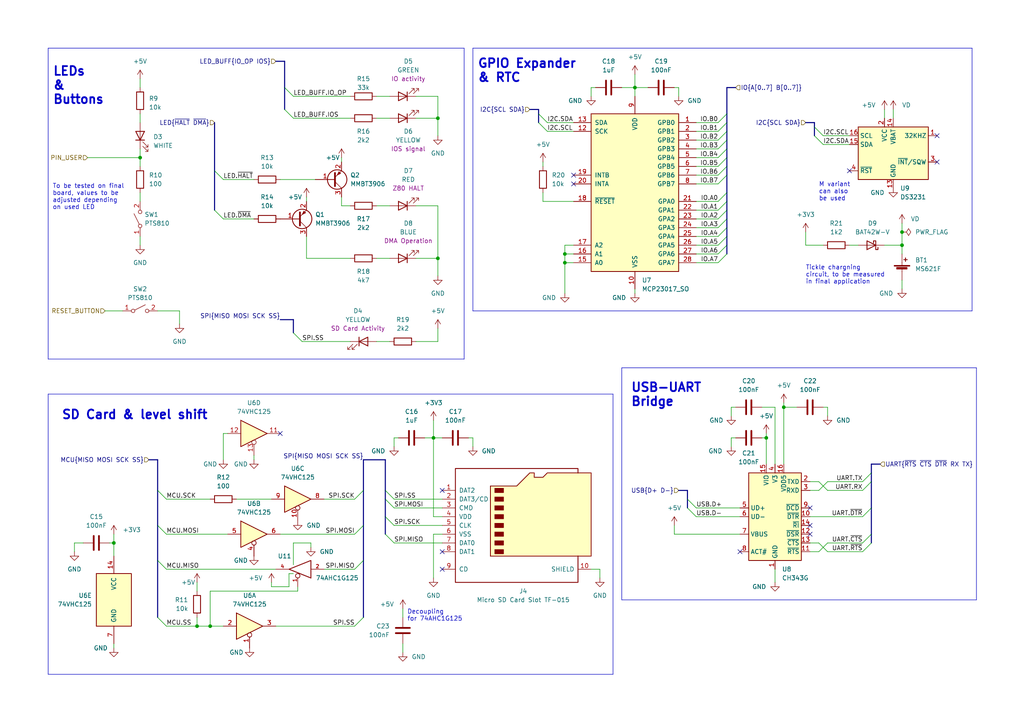
<source format=kicad_sch>
(kicad_sch (version 20230121) (generator eeschema)
  (paper "A4")
  (title_block (title "Z80 Card") (date "2023-03-04") (rev "1.1") (company "Galion") (comment 1 "Credit-card sized") (comment 2 "Z80 computer") (comment 3 "based on Z80-MBC2") (comment 4 "project by Just4Fun") (comment 5 "Galion") (comment 6 "Galion"))
  (lib_symbols
    (symbol "Device:Battery_Cell" (pin_numbers hide) (pin_names (offset 0) hide)
      (property "Reference" "BT" (at 2.54 2.54 0))
      (property "Value" "Battery_Cell" (at 2.54 0 0))
      (symbol "Battery_Cell_1_1"
        (pin passive line (at 0 5.08 270) (length 2.54) (name "+") (number "1"))
        (pin passive line (at 0 -2.54 90) (length 2.54) (name "-") (number "2"))
      )
    )
    (symbol "Device:C" (pin_numbers hide) (pin_names (offset 0.254))
      (property "Reference" "C" (at 0.635 2.54 0))
      (property "Value" "C" (at 0.635 -2.54 0))
      (symbol "C_1_1"
        (pin passive line (at 0 3.81 270) (length 2.794) (name "~") (number "1"))
        (pin passive line (at 0 -3.81 90) (length 2.794) (name "~") (number "2"))
      )
    )
    (symbol "Device:LED" (pin_numbers hide) (pin_names (offset 1.016) hide)
      (property "Reference" "D" (at 0 2.54 0))
      (property "Value" "LED" (at 0 -2.54 0))
      (symbol "LED_1_1"
        (pin passive line (at -3.81 0 0) (length 2.54) (name "K") (number "1"))
        (pin passive line (at 3.81 0 180) (length 2.54) (name "A") (number "2"))
      )
    )
    (symbol "Device:R" (pin_numbers hide) (pin_names (offset 0))
      (property "Reference" "R" (at 2.032 0 90))
      (property "Value" "R" (at 0 0 90))
      (symbol "R_1_1"
        (pin passive line (at 0 3.81 270) (length 1.27) (name "~") (number "1"))
        (pin passive line (at 0 -3.81 90) (length 1.27) (name "~") (number "2"))
      )
    )
    (symbol "Diode:BAT42W-V" (pin_numbers hide) (pin_names (offset 1.016) hide)
      (property "Reference" "D" (at 0 2.54 0))
      (property "Value" "BAT42W-V" (at 0 -2.54 0))
      (symbol "BAT42W-V_1_1"
        (pin passive line (at -3.81 0 0) (length 2.54) (name "K") (number "1"))
        (pin passive line (at 3.81 0 180) (length 2.54) (name "A") (number "2"))
      )
    )
    (symbol "Interface_Expansion:MCP23017_SO" (pin_names (offset 1.016))
      (property "Reference" "U" (at -11.43 24.13 0))
      (property "Value" "MCP23017_SO" (at 0 0 0))
      (symbol "MCP23017_SO_1_1"
        (pin bidirectional line (at 17.78 20.32 180) (length 5.08) (name "GPB0") (number "1"))
        (pin power_in line (at 0 -27.94 90) (length 5.08) (name "VSS") (number "10"))
        (pin no_connect line (at -12.7 15.24 0) (length 5.08) hide (name "NC") (number "11"))
        (pin input line (at -17.78 17.78 0) (length 5.08) (name "SCK") (number "12"))
        (pin bidirectional line (at -17.78 20.32 0) (length 5.08) (name "SDA") (number "13"))
        (pin no_connect line (at -12.7 12.7 0) (length 5.08) hide (name "NC") (number "14"))
        (pin input line (at -17.78 -20.32 0) (length 5.08) (name "A0") (number "15"))
        (pin input line (at -17.78 -17.78 0) (length 5.08) (name "A1") (number "16"))
        (pin input line (at -17.78 -15.24 0) (length 5.08) (name "A2") (number "17"))
        (pin input line (at -17.78 -2.54 0) (length 5.08) (name "~{RESET}") (number "18"))
        (pin tri_state line (at -17.78 5.08 0) (length 5.08) (name "INTB") (number "19"))
        (pin bidirectional line (at 17.78 17.78 180) (length 5.08) (name "GPB1") (number "2"))
        (pin tri_state line (at -17.78 2.54 0) (length 5.08) (name "INTA") (number "20"))
        (pin bidirectional line (at 17.78 -2.54 180) (length 5.08) (name "GPA0") (number "21"))
        (pin bidirectional line (at 17.78 -5.08 180) (length 5.08) (name "GPA1") (number "22"))
        (pin bidirectional line (at 17.78 -7.62 180) (length 5.08) (name "GPA2") (number "23"))
        (pin bidirectional line (at 17.78 -10.16 180) (length 5.08) (name "GPA3") (number "24"))
        (pin bidirectional line (at 17.78 -12.7 180) (length 5.08) (name "GPA4") (number "25"))
        (pin bidirectional line (at 17.78 -15.24 180) (length 5.08) (name "GPA5") (number "26"))
        (pin bidirectional line (at 17.78 -17.78 180) (length 5.08) (name "GPA6") (number "27"))
        (pin bidirectional line (at 17.78 -20.32 180) (length 5.08) (name "GPA7") (number "28"))
        (pin bidirectional line (at 17.78 15.24 180) (length 5.08) (name "GPB2") (number "3"))
        (pin bidirectional line (at 17.78 12.7 180) (length 5.08) (name "GPB3") (number "4"))
        (pin bidirectional line (at 17.78 10.16 180) (length 5.08) (name "GPB4") (number "5"))
        (pin bidirectional line (at 17.78 7.62 180) (length 5.08) (name "GPB5") (number "6"))
        (pin bidirectional line (at 17.78 5.08 180) (length 5.08) (name "GPB6") (number "7"))
        (pin bidirectional line (at 17.78 2.54 180) (length 5.08) (name "GPB7") (number "8"))
        (pin power_in line (at 0 27.94 270) (length 5.08) (name "VDD") (number "9"))
      )
    )
    (symbol "Switch:SW_SPST" (pin_names (offset 0) hide)
      (property "Reference" "SW" (at 0 3.175 0))
      (property "Value" "SW_SPST" (at 0 -2.54 0))
      (symbol "SW_SPST_1_1"
        (pin passive line (at -5.08 0 0) (length 2.54) (name "A") (number "1"))
        (pin passive line (at 5.08 0 180) (length 2.54) (name "B") (number "2"))
      )
    )
    (symbol "Timer_RTC:DS3231M"
      (property "Reference" "U" (at -7.62 8.89 0))
      (property "Value" "DS3231M" (at 10.16 8.89 0))
      (symbol "DS3231M_1_1"
        (pin open_collector line (at 12.7 5.08 180) (length 2.54) (name "32KHZ") (number "1"))
        (pin passive line (at 0 -10.16 90) (length 2.54) hide (name "GND") (number "10"))
        (pin passive line (at 0 -10.16 90) (length 2.54) hide (name "GND") (number "11"))
        (pin passive line (at 0 -10.16 90) (length 2.54) hide (name "GND") (number "12"))
        (pin power_in line (at 0 -10.16 90) (length 2.54) (name "GND") (number "13"))
        (pin power_in line (at 0 10.16 270) (length 2.54) (name "VBAT") (number "14"))
        (pin bidirectional line (at -12.7 2.54 0) (length 2.54) (name "SDA") (number "15"))
        (pin input line (at -12.7 5.08 0) (length 2.54) (name "SCL") (number "16"))
        (pin power_in line (at -2.54 10.16 270) (length 2.54) (name "VCC") (number "2"))
        (pin open_collector line (at 12.7 -2.54 180) (length 2.54) (name "~{INT}/SQW") (number "3"))
        (pin bidirectional line (at -12.7 -5.08 0) (length 2.54) (name "~{RST}") (number "4"))
        (pin passive line (at 0 -10.16 90) (length 2.54) hide (name "GND") (number "5"))
        (pin passive line (at 0 -10.16 90) (length 2.54) hide (name "GND") (number "6"))
        (pin passive line (at 0 -10.16 90) (length 2.54) hide (name "GND") (number "7"))
        (pin passive line (at 0 -10.16 90) (length 2.54) hide (name "GND") (number "8"))
        (pin passive line (at 0 -10.16 90) (length 2.54) hide (name "GND") (number "9"))
      )
    )
    (symbol "Transistor_BJT:MMBT3906" (pin_names (offset 0) hide)
      (property "Reference" "Q" (at 5.08 1.905 0))
      (property "Value" "MMBT3906" (at 5.08 0 0))
      (symbol "MMBT3906_1_1"
        (pin input line (at -5.08 0 0) (length 5.715) (name "B") (number "1"))
        (pin passive line (at 2.54 -5.08 90) (length 2.54) (name "E") (number "2"))
        (pin passive line (at 2.54 5.08 270) (length 2.54) (name "C") (number "3"))
      )
    )
    (symbol "Z80Card:74AHC1G125" (pin_names (offset 1.016))
      (property "Reference" "U11" (at -3.81 3.81 0))
      (property "Value" "74AHC1G125" (at 11.43 -2.54 0))
      (symbol "74AHC1G125_1_1"
        (pin input inverted (at 0 5.08 270) (length 3.81) (name "~") (number "1"))
        (pin input line (at -7.62 0 0) (length 3.81) (name "~") (number "2"))
        (pin power_in line (at 1.27 -1.27 270) (length 0) hide (name "GND") (number "3"))
        (pin tri_state line (at 6.35 0 180) (length 3.81) (name "~") (number "4"))
        (pin power_in line (at 1.27 1.27 90) (length 0) hide (name "VCC") (number "5"))
      )
    )
    (symbol "Z80Card:74VHC125" (pin_names (offset 1.016))
      (property "Reference" "U6" (at -6.35 1.2701 0))
      (property "Value" "74VHC125" (at -6.35 -1.2699 0))
      (symbol "74VHC125_1_0"
        (pin input inverted (at 0 -6.35 90) (length 4.445) (name "~") (number "1"))
        (pin input line (at -7.62 0 0) (length 3.81) (name "~") (number "2"))
        (pin tri_state line (at 7.62 0 180) (length 3.81) (name "~") (number "3"))
      )
      (symbol "74VHC125_2_0"
        (pin input inverted (at 0 -6.35 90) (length 4.445) (name "~") (number "4"))
        (pin input line (at -7.62 0 0) (length 3.81) (name "~") (number "5"))
        (pin tri_state line (at 7.62 0 180) (length 3.81) (name "~") (number "6"))
      )
      (symbol "74VHC125_3_0"
        (pin input inverted (at 0 -6.35 90) (length 4.445) (name "~") (number "10"))
        (pin tri_state line (at 7.62 0 180) (length 3.81) (name "~") (number "8"))
        (pin input line (at -7.62 0 0) (length 3.81) (name "~") (number "9"))
      )
      (symbol "74VHC125_4_0"
        (pin tri_state line (at 7.62 0 180) (length 3.81) (name "~") (number "11"))
        (pin input line (at -7.62 0 0) (length 3.81) (name "~") (number "12"))
        (pin input inverted (at 0 -6.35 90) (length 4.445) (name "~") (number "13"))
      )
      (symbol "74VHC125_5_0"
        (pin power_in line (at 0 12.7 270) (length 5.08) (name "VCC") (number "14"))
        (pin power_in line (at 0 -12.7 90) (length 5.08) (name "GND") (number "7"))
      )
    )
    (symbol "Z80Card:CH343G"
      (property "Reference" "U8" (at 2.0194 -15.24 0))
      (property "Value" "CH343G" (at 2.0194 -17.78 0))
      (symbol "CH343G_1_1"
        (pin power_in line (at 0 -15.24 90) (length 2.54) (name "GND") (number "1"))
        (pin output line (at 10.16 0 180) (length 2.54) (name "~{DTR}") (number "10"))
        (pin output line (at 10.16 -10.16 180) (length 2.54) (name "~{RTS}") (number "11"))
        (pin input line (at 10.16 -5.08 180) (length 2.54) (name "~{DSR}") (number "12"))
        (pin input line (at 10.16 -7.62 180) (length 2.54) (name "~{CTS}") (number "13"))
        (pin input line (at 10.16 -2.54 180) (length 2.54) (name "~{RI}") (number "14"))
        (pin power_in line (at -2.54 15.24 270) (length 2.54) (name "VIO") (number "15"))
        (pin power_in line (at 2.54 15.24 270) (length 2.54) (name "VDD5") (number "16"))
        (pin output line (at 10.16 10.16 180) (length 2.54) (name "TXD") (number "2"))
        (pin input line (at 10.16 7.62 180) (length 2.54) (name "RXD") (number "3"))
        (pin passive line (at 0 15.24 270) (length 2.54) (name "V3") (number "4"))
        (pin bidirectional line (at -10.16 2.54 0) (length 2.54) (name "UD+") (number "5"))
        (pin bidirectional line (at -10.16 0 0) (length 2.54) (name "UD-") (number "6"))
        (pin input line (at -10.16 -5.08 0) (length 2.54) (name "VBUS") (number "7"))
        (pin output line (at -10.16 -10.16 0) (length 2.54) (name "ACT#") (number "8"))
        (pin input line (at 10.16 2.54 180) (length 2.54) (name "~{DCD}") (number "9"))
      )
    )
    (symbol "Z80Card:Micro_SD_Card_Det_Shield" (pin_names (offset 1.016))
      (property "Reference" "J4" (at 0.635 -19.05 0))
      (property "Value" "Micro SD Card Slot TF-015" (at 0.635 -21.59 0))
      (symbol "Micro_SD_Card_Det_Shield_1_1"
        (pin bidirectional line (at -22.86 10.16 0) (length 3.81) (name "DAT2") (number "1"))
        (pin passive line (at 20.32 -12.7 180) (length 3.81) (name "SHIELD") (number "10"))
        (pin bidirectional line (at -22.86 7.62 0) (length 3.81) (name "DAT3/CD") (number "2"))
        (pin input line (at -22.86 5.08 0) (length 3.81) (name "CMD") (number "3"))
        (pin power_in line (at -22.86 2.54 0) (length 3.81) (name "VDD") (number "4"))
        (pin input line (at -22.86 0 0) (length 3.81) (name "CLK") (number "5"))
        (pin power_in line (at -22.86 -2.54 0) (length 3.81) (name "VSS") (number "6"))
        (pin bidirectional line (at -22.86 -5.08 0) (length 3.81) (name "DAT0") (number "7"))
        (pin bidirectional line (at -22.86 -7.62 0) (length 3.81) (name "DAT1") (number "8"))
        (pin passive line (at -22.86 -12.7 0) (length 3.81) (name "CD") (number "9"))
      )
    )
    (symbol "power:+3V3" (power) (pin_names (offset 0))
      (property "Value" "+3V3" (at 0 3.556 0))
      (symbol "+3V3_1_1"
        (pin power_in line (at 0 0 90) (length 0) hide (name "+3V3") (number "1"))
      )
    )
    (symbol "power:+5V" (power) (pin_names (offset 0))
      (property "Value" "+5V" (at 0 3.556 0))
      (symbol "+5V_1_1"
        (pin power_in line (at 0 0 90) (length 0) hide (name "+5V") (number "1"))
      )
    )
    (symbol "power:GND" (power) (pin_names (offset 0))
      (property "Value" "GND" (at 0 -3.81 0))
      (symbol "GND_1_1"
        (pin power_in line (at 0 0 270) (length 0) hide (name "GND") (number "1"))
      )
    )
    (symbol "power:PWR_FLAG" (power) (pin_numbers hide) (pin_names (offset 0) hide)
      (property "Value" "PWR_FLAG" (at 0 3.81 0))
      (symbol "PWR_FLAG_0_0"
        (pin power_out line (at 0 0 90) (length 0) (name "pwr") (number "1"))
      )
    )
    (symbol "power:VD" (power) (pin_names (offset 0))
      (property "Value" "VD" (at 0 3.81 0))
      (symbol "VD_1_1"
        (pin power_in line (at 0 0 90) (length 0) hide (name "VD") (number "1"))
      )
    )
  )
  (junction (at 222.25 127))
  (junction (at 227.33 118.11))
  (junction (at 60.96 181.61))
  (junction (at 261.62 71.12))
  (junction (at 125.73 127))
  (junction (at 127 74.93))
  (junction (at 33.02 157.48))
  (junction (at 127 34.29))
  (junction (at 163.83 73.66))
  (junction (at 184.15 25.4))
  (junction (at 57.15 181.61))
  (junction (at 40.64 45.72))
  (junction (at 163.83 76.2))
  (junction (at 261.62 67.31))
  (no_connect (at 128.27 160.02))
  (no_connect (at 246.38 49.53))
  (no_connect (at 271.78 39.37))
  (no_connect (at 271.78 46.99))
  (no_connect (at 128.27 165.1))
  (no_connect (at 166.37 50.8))
  (no_connect (at 166.37 53.34))
  (no_connect (at 128.27 142.24))
  (no_connect (at 234.95 152.4))
  (no_connect (at 234.95 147.32))
  (no_connect (at 234.95 154.94))
  (no_connect (at 81.28 125.73))
  (no_connect (at 214.63 160.02))
  (bus_entry (at 208.28 43.18) (size 2.54 -2.54))
  (bus_entry (at 236.22 39.37) (size 2.54 2.54))
  (bus_entry (at 82.55 25.4) (size 2.54 2.54))
  (bus_entry (at 111.76 149.86) (size 2.54 2.54))
  (bus_entry (at 208.28 66.04) (size 2.54 -2.54))
  (bus_entry (at 208.28 63.5) (size 2.54 -2.54))
  (bus_entry (at 208.28 50.8) (size 2.54 -2.54))
  (bus_entry (at 208.28 73.66) (size 2.54 -2.54))
  (bus_entry (at 102.87 144.78) (size 2.54 -2.54))
  (bus_entry (at 102.87 165.1) (size 2.54 -2.54))
  (bus_entry (at 102.87 154.94) (size 2.54 -2.54))
  (bus_entry (at 102.87 181.61) (size 2.54 -2.54))
  (bus_entry (at 208.28 71.12) (size 2.54 -2.54))
  (bus_entry (at 250.19 139.7) (size 2.54 -2.54))
  (bus_entry (at 250.19 142.24) (size 2.54 -2.54))
  (bus_entry (at 250.19 149.86) (size 2.54 -2.54))
  (bus_entry (at 250.19 157.48) (size 2.54 -2.54))
  (bus_entry (at 250.19 160.02) (size 2.54 -2.54))
  (bus_entry (at 208.28 76.2) (size 2.54 -2.54))
  (bus_entry (at 208.28 58.42) (size 2.54 -2.54))
  (bus_entry (at 45.72 162.56) (size 2.54 2.54))
  (bus_entry (at 156.21 35.56) (size 2.54 2.54))
  (bus_entry (at 156.21 33.02) (size 2.54 2.54))
  (bus_entry (at 87.63 99.06) (size -2.54 -2.54))
  (bus_entry (at 236.22 36.83) (size 2.54 2.54))
  (bus_entry (at 208.28 68.58) (size 2.54 -2.54))
  (bus_entry (at 208.28 45.72) (size 2.54 -2.54))
  (bus_entry (at 208.28 38.1) (size 2.54 -2.54))
  (bus_entry (at 62.23 49.53) (size 2.54 2.54))
  (bus_entry (at 62.23 60.96) (size 2.54 2.54))
  (bus_entry (at 45.72 142.24) (size 2.54 2.54))
  (bus_entry (at 45.72 152.4) (size 2.54 2.54))
  (bus_entry (at 208.28 53.34) (size 2.54 -2.54))
  (bus_entry (at 208.28 40.64) (size 2.54 -2.54))
  (bus_entry (at 111.76 144.78) (size 2.54 2.54))
  (bus_entry (at 199.39 147.32) (size 2.54 2.54))
  (bus_entry (at 199.39 144.78) (size 2.54 2.54))
  (bus_entry (at 111.76 154.94) (size 2.54 2.54))
  (bus_entry (at 82.55 31.75) (size 2.54 2.54))
  (bus_entry (at 208.28 48.26) (size 2.54 -2.54))
  (bus_entry (at 114.3 144.78) (size -2.54 -2.54))
  (bus_entry (at 45.72 179.07) (size 2.54 2.54))
  (bus_entry (at 208.28 60.96) (size 2.54 -2.54))
  (bus_entry (at 208.28 35.56) (size 2.54 -2.54))
  (wire (pts (xy 157.48 55.88) (xy 157.48 58.42)))
  (wire (pts (xy 30.48 90.17) (xy 35.56 90.17)))
  (wire (pts (xy 201.93 63.5) (xy 208.28 63.5)))
  (wire (pts (xy 86.36 170.18) (xy 86.36 171.45)))
  (wire (pts (xy 57.15 168.91) (xy 57.15 171.45)))
  (wire (pts (xy 163.83 73.66) (xy 163.83 76.2)))
  (wire (pts (xy 234.95 157.48) (xy 237.49 157.48)))
  (wire (pts (xy 48.26 181.61) (xy 57.15 181.61)))
  (wire (pts (xy 195.58 25.4) (xy 196.85 25.4)))
  (bus (pts (xy 252.73 139.7) (xy 252.73 147.32)))
  (wire (pts (xy 90.17 157.48) (xy 90.17 158.75)))
  (wire (pts (xy 201.93 60.96) (xy 208.28 60.96)))
  (wire (pts (xy 212.09 127) (xy 213.36 127)))
  (bus (pts (xy 210.82 58.42) (xy 210.82 55.88)))
  (wire (pts (xy 201.93 68.58) (xy 208.28 68.58)))
  (bus (pts (xy 210.82 50.8) (xy 210.82 48.26)))
  (wire (pts (xy 240.03 142.24) (xy 250.19 142.24)))
  (wire (pts (xy 33.02 154.94) (xy 33.02 157.48)))
  (polyline (pts (xy 281.94 90.17) (xy 137.16 90.17)))
  (wire (pts (xy 114.3 127) (xy 114.3 129.54)))
  (polyline (pts (xy 283.21 106.68) (xy 283.21 173.99)))
  (wire (pts (xy 93.98 165.1) (xy 102.87 165.1)))
  (polyline (pts (xy 13.97 195.58) (xy 177.8 195.58)))
  (wire (pts (xy 256.54 31.75) (xy 256.54 34.29)))
  (wire (pts (xy 127 59.69) (xy 127 74.93)))
  (bus (pts (xy 210.82 60.96) (xy 210.82 58.42)))
  (wire (pts (xy 224.79 118.11) (xy 220.98 118.11)))
  (bus (pts (xy 199.39 144.78) (xy 199.39 142.24)))
  (wire (pts (xy 212.09 127) (xy 212.09 129.54)))
  (wire (pts (xy 163.83 71.12) (xy 163.83 73.66)))
  (wire (pts (xy 222.25 127) (xy 222.25 134.62)))
  (bus (pts (xy 210.82 63.5) (xy 210.82 60.96)))
  (wire (pts (xy 33.02 157.48) (xy 33.02 161.29)))
  (bus (pts (xy 196.85 142.24) (xy 199.39 142.24)))
  (wire (pts (xy 52.07 90.17) (xy 52.07 93.98)))
  (wire (pts (xy 57.15 179.07) (xy 57.15 181.61)))
  (wire (pts (xy 220.98 127) (xy 222.25 127)))
  (bus (pts (xy 199.39 147.32) (xy 199.39 144.78)))
  (wire (pts (xy 234.95 142.24) (xy 237.49 142.24)))
  (wire (pts (xy 86.36 171.45) (xy 60.96 171.45)))
  (wire (pts (xy 201.93 71.12) (xy 208.28 71.12)))
  (bus (pts (xy 85.09 92.71) (xy 85.09 96.52)))
  (wire (pts (xy 115.57 127) (xy 114.3 127)))
  (bus (pts (xy 252.73 154.94) (xy 252.73 157.48)))
  (polyline (pts (xy 134.62 104.14) (xy 13.97 104.14)))
  (polyline (pts (xy 134.62 13.97) (xy 134.62 104.14)))
  (bus (pts (xy 156.21 33.02) (xy 156.21 35.56)))
  (bus (pts (xy 255.27 134.62) (xy 252.73 134.62)))
  (wire (pts (xy 127 27.94) (xy 120.65 27.94)))
  (bus (pts (xy 210.82 40.64) (xy 210.82 38.1)))
  (wire (pts (xy 222.25 125.73) (xy 222.25 127)))
  (wire (pts (xy 246.38 71.12) (xy 248.92 71.12)))
  (bus (pts (xy 252.73 137.16) (xy 252.73 139.7)))
  (wire (pts (xy 201.93 40.64) (xy 208.28 40.64)))
  (wire (pts (xy 201.93 149.86) (xy 214.63 149.86)))
  (wire (pts (xy 261.62 71.12) (xy 261.62 73.66)))
  (wire (pts (xy 234.95 149.86) (xy 250.19 149.86)))
  (wire (pts (xy 256.54 71.12) (xy 261.62 71.12)))
  (wire (pts (xy 201.93 38.1) (xy 208.28 38.1)))
  (wire (pts (xy 201.93 35.56) (xy 208.28 35.56)))
  (bus (pts (xy 210.82 43.18) (xy 210.82 40.64)))
  (wire (pts (xy 40.64 45.72) (xy 40.64 48.26)))
  (bus (pts (xy 153.67 31.75) (xy 156.21 31.75)))
  (wire (pts (xy 85.09 34.29) (xy 101.6 34.29)))
  (wire (pts (xy 81.28 52.07) (xy 91.44 52.07)))
  (wire (pts (xy 233.68 67.31) (xy 233.68 71.12)))
  (wire (pts (xy 163.83 76.2) (xy 163.83 85.09)))
  (wire (pts (xy 201.93 147.32) (xy 214.63 147.32)))
  (wire (pts (xy 88.9 68.58) (xy 88.9 74.93)))
  (wire (pts (xy 128.27 154.94) (xy 125.73 154.94)))
  (bus (pts (xy 210.82 25.4) (xy 213.36 25.4)))
  (wire (pts (xy 201.93 48.26) (xy 208.28 48.26)))
  (wire (pts (xy 48.26 154.94) (xy 66.04 154.94)))
  (wire (pts (xy 157.48 46.99) (xy 157.48 48.26)))
  (bus (pts (xy 252.73 147.32) (xy 252.73 154.94)))
  (wire (pts (xy 261.62 64.77) (xy 261.62 67.31)))
  (wire (pts (xy 21.59 157.48) (xy 21.59 160.02)))
  (wire (pts (xy 109.22 34.29) (xy 113.03 34.29)))
  (wire (pts (xy 99.06 59.69) (xy 99.06 57.15)))
  (bus (pts (xy 236.22 36.83) (xy 236.22 39.37)))
  (wire (pts (xy 109.22 27.94) (xy 113.03 27.94)))
  (bus (pts (xy 210.82 68.58) (xy 210.82 66.04)))
  (bus (pts (xy 236.22 35.56) (xy 236.22 36.83)))
  (wire (pts (xy 234.95 160.02) (xy 237.49 160.02)))
  (wire (pts (xy 88.9 74.93) (xy 101.6 74.93)))
  (wire (pts (xy 163.83 76.2) (xy 166.37 76.2)))
  (wire (pts (xy 78.74 170.18) (xy 83.82 170.18)))
  (bus (pts (xy 105.41 152.4) (xy 105.41 142.24)))
  (bus (pts (xy 62.23 49.53) (xy 62.23 60.96)))
  (wire (pts (xy 238.76 39.37) (xy 246.38 39.37)))
  (bus (pts (xy 45.72 142.24) (xy 45.72 152.4)))
  (wire (pts (xy 212.09 118.11) (xy 212.09 120.65)))
  (wire (pts (xy 80.01 181.61) (xy 102.87 181.61)))
  (wire (pts (xy 120.65 99.06) (xy 127 99.06)))
  (bus (pts (xy 210.82 73.66) (xy 210.82 71.12)))
  (wire (pts (xy 93.98 144.78) (xy 102.87 144.78)))
  (polyline (pts (xy 13.97 104.14) (xy 13.97 13.97)))
  (wire (pts (xy 240.03 160.02) (xy 250.19 160.02)))
  (wire (pts (xy 125.73 154.94) (xy 125.73 167.64)))
  (wire (pts (xy 234.95 139.7) (xy 237.49 139.7)))
  (wire (pts (xy 83.82 166.37) (xy 85.09 166.37)))
  (wire (pts (xy 114.3 157.48) (xy 128.27 157.48)))
  (wire (pts (xy 99.06 59.69) (xy 101.6 59.69)))
  (bus (pts (xy 210.82 35.56) (xy 210.82 33.02)))
  (bus (pts (xy 45.72 133.35) (xy 45.72 142.24)))
  (wire (pts (xy 81.28 154.94) (xy 102.87 154.94)))
  (wire (pts (xy 201.93 73.66) (xy 208.28 73.66)))
  (bus (pts (xy 210.82 48.26) (xy 210.82 45.72)))
  (wire (pts (xy 120.65 59.69) (xy 127 59.69)))
  (polyline (pts (xy 137.16 13.97) (xy 281.94 13.97)))
  (wire (pts (xy 237.49 160.02) (xy 240.03 157.48)))
  (wire (pts (xy 261.62 67.31) (xy 261.62 71.12)))
  (bus (pts (xy 210.82 66.04) (xy 210.82 63.5)))
  (wire (pts (xy 261.62 83.82) (xy 261.62 81.28)))
  (wire (pts (xy 171.45 25.4) (xy 171.45 27.94)))
  (wire (pts (xy 78.74 170.18) (xy 78.74 168.91)))
  (wire (pts (xy 224.79 118.11) (xy 224.79 134.62)))
  (bus (pts (xy 43.18 133.35) (xy 45.72 133.35)))
  (polyline (pts (xy 13.97 114.3) (xy 13.97 195.58)))
  (bus (pts (xy 45.72 152.4) (xy 45.72 162.56)))
  (wire (pts (xy 99.06 45.72) (xy 99.06 46.99)))
  (wire (pts (xy 227.33 118.11) (xy 227.33 134.62)))
  (wire (pts (xy 127 34.29) (xy 127 27.94)))
  (bus (pts (xy 111.76 133.35) (xy 111.76 142.24)))
  (wire (pts (xy 201.93 45.72) (xy 208.28 45.72)))
  (wire (pts (xy 135.89 127) (xy 137.16 127)))
  (wire (pts (xy 85.09 157.48) (xy 90.17 157.48)))
  (wire (pts (xy 137.16 127) (xy 137.16 129.54)))
  (bus (pts (xy 81.28 92.71) (xy 85.09 92.71)))
  (wire (pts (xy 48.26 144.78) (xy 60.96 144.78)))
  (polyline (pts (xy 180.34 106.68) (xy 283.21 106.68)))
  (wire (pts (xy 113.03 74.93) (xy 109.22 74.93)))
  (polyline (pts (xy 13.97 13.97) (xy 134.62 13.97)))
  (wire (pts (xy 231.14 118.11) (xy 227.33 118.11)))
  (wire (pts (xy 233.68 71.12) (xy 238.76 71.12)))
  (wire (pts (xy 163.83 73.66) (xy 166.37 73.66)))
  (wire (pts (xy 60.96 181.61) (xy 64.77 181.61)))
  (bus (pts (xy 210.82 55.88) (xy 210.82 50.8)))
  (wire (pts (xy 184.15 25.4) (xy 184.15 27.94)))
  (wire (pts (xy 240.03 118.11) (xy 238.76 118.11)))
  (bus (pts (xy 105.41 142.24) (xy 105.41 133.35)))
  (wire (pts (xy 201.93 58.42) (xy 208.28 58.42)))
  (wire (pts (xy 113.03 99.06) (xy 109.22 99.06)))
  (bus (pts (xy 82.55 17.78) (xy 82.55 25.4)))
  (wire (pts (xy 171.45 165.1) (xy 173.99 165.1)))
  (wire (pts (xy 40.64 68.58) (xy 40.64 71.12)))
  (bus (pts (xy 105.41 133.35) (xy 111.76 133.35)))
  (polyline (pts (xy 281.94 13.97) (xy 281.94 90.17)))
  (wire (pts (xy 224.79 168.91) (xy 224.79 165.1)))
  (bus (pts (xy 45.72 162.56) (xy 45.72 179.07)))
  (wire (pts (xy 127 74.93) (xy 127 80.01)))
  (wire (pts (xy 68.58 144.78) (xy 78.74 144.78)))
  (wire (pts (xy 180.34 25.4) (xy 184.15 25.4)))
  (wire (pts (xy 66.04 125.73) (xy 64.77 125.73)))
  (wire (pts (xy 114.3 152.4) (xy 128.27 152.4)))
  (wire (pts (xy 196.85 25.4) (xy 196.85 27.94)))
  (wire (pts (xy 45.72 90.17) (xy 52.07 90.17)))
  (wire (pts (xy 33.02 187.96) (xy 33.02 186.69)))
  (wire (pts (xy 128.27 149.86) (xy 125.73 149.86)))
  (wire (pts (xy 240.03 139.7) (xy 250.19 139.7)))
  (wire (pts (xy 127 95.25) (xy 127 99.06)))
  (wire (pts (xy 237.49 157.48) (xy 240.03 160.02)))
  (bus (pts (xy 210.82 45.72) (xy 210.82 43.18)))
  (wire (pts (xy 212.09 118.11) (xy 213.36 118.11)))
  (wire (pts (xy 88.9 58.42) (xy 88.9 57.15)))
  (wire (pts (xy 85.09 27.94) (xy 101.6 27.94)))
  (wire (pts (xy 166.37 58.42) (xy 157.48 58.42)))
  (wire (pts (xy 60.96 171.45) (xy 60.96 181.61)))
  (wire (pts (xy 240.03 157.48) (xy 250.19 157.48)))
  (bus (pts (xy 105.41 179.07) (xy 105.41 162.56)))
  (wire (pts (xy 195.58 152.4) (xy 195.58 154.94)))
  (bus (pts (xy 156.21 31.75) (xy 156.21 33.02)))
  (wire (pts (xy 240.03 118.11) (xy 240.03 120.65)))
  (polyline (pts (xy 180.34 173.99) (xy 180.34 106.68)))
  (bus (pts (xy 105.41 162.56) (xy 105.41 152.4)))
  (bus (pts (xy 252.73 134.62) (xy 252.73 137.16)))
  (wire (pts (xy 64.77 52.07) (xy 73.66 52.07)))
  (wire (pts (xy 85.09 163.83) (xy 85.09 157.48)))
  (wire (pts (xy 158.75 35.56) (xy 166.37 35.56)))
  (wire (pts (xy 48.26 165.1) (xy 80.01 165.1)))
  (wire (pts (xy 73.66 132.08) (xy 73.66 133.35)))
  (bus (pts (xy 210.82 33.02) (xy 210.82 25.4)))
  (wire (pts (xy 64.77 125.73) (xy 64.77 133.35)))
  (wire (pts (xy 184.15 21.59) (xy 184.15 25.4)))
  (bus (pts (xy 111.76 142.24) (xy 111.76 144.78)))
  (wire (pts (xy 40.64 22.86) (xy 40.64 25.4)))
  (polyline (pts (xy 283.21 173.99) (xy 180.34 173.99)))
  (wire (pts (xy 125.73 121.92) (xy 125.73 127)))
  (wire (pts (xy 31.75 157.48) (xy 33.02 157.48)))
  (bus (pts (xy 82.55 25.4) (xy 82.55 31.75)))
  (wire (pts (xy 166.37 71.12) (xy 163.83 71.12)))
  (bus (pts (xy 233.68 35.56) (xy 236.22 35.56)))
  (wire (pts (xy 116.84 176.53) (xy 116.84 179.07)))
  (bus (pts (xy 62.23 35.56) (xy 62.23 49.53)))
  (wire (pts (xy 195.58 154.94) (xy 214.63 154.94)))
  (wire (pts (xy 201.93 66.04) (xy 208.28 66.04)))
  (wire (pts (xy 113.03 59.69) (xy 109.22 59.69)))
  (bus (pts (xy 111.76 149.86) (xy 111.76 154.94)))
  (wire (pts (xy 227.33 116.84) (xy 227.33 118.11)))
  (wire (pts (xy 127 34.29) (xy 127 39.37)))
  (wire (pts (xy 114.3 144.78) (xy 128.27 144.78)))
  (bus (pts (xy 210.82 38.1) (xy 210.82 35.56)))
  (bus (pts (xy 82.55 17.78) (xy 80.01 17.78)))
  (wire (pts (xy 116.84 186.69) (xy 116.84 189.23)))
  (wire (pts (xy 259.08 31.75) (xy 259.08 34.29)))
  (wire (pts (xy 87.63 99.06) (xy 101.6 99.06)))
  (polyline (pts (xy 177.8 114.3) (xy 13.97 114.3)))
  (polyline (pts (xy 137.16 90.17) (xy 137.16 13.97)))
  (wire (pts (xy 128.27 127) (xy 125.73 127)))
  (wire (pts (xy 83.82 170.18) (xy 83.82 166.37)))
  (bus (pts (xy 210.82 71.12) (xy 210.82 68.58)))
  (wire (pts (xy 125.73 127) (xy 125.73 149.86)))
  (polyline (pts (xy 177.8 195.58) (xy 177.8 114.3)))
  (wire (pts (xy 123.19 127) (xy 125.73 127)))
  (wire (pts (xy 201.93 50.8) (xy 208.28 50.8)))
  (wire (pts (xy 158.75 38.1) (xy 166.37 38.1)))
  (wire (pts (xy 64.77 63.5) (xy 73.66 63.5)))
  (wire (pts (xy 127 34.29) (xy 120.65 34.29)))
  (wire (pts (xy 201.93 53.34) (xy 208.28 53.34)))
  (wire (pts (xy 187.96 25.4) (xy 184.15 25.4)))
  (wire (pts (xy 114.3 147.32) (xy 128.27 147.32)))
  (wire (pts (xy 40.64 55.88) (xy 40.64 58.42)))
  (wire (pts (xy 40.64 45.72) (xy 40.64 43.18)))
  (wire (pts (xy 237.49 142.24) (xy 240.03 139.7)))
  (wire (pts (xy 57.15 181.61) (xy 60.96 181.61)))
  (wire (pts (xy 237.49 139.7) (xy 240.03 142.24)))
  (wire (pts (xy 201.93 76.2) (xy 208.28 76.2)))
  (wire (pts (xy 201.93 43.18) (xy 208.28 43.18)))
  (wire (pts (xy 120.65 74.93) (xy 127 74.93)))
  (wire (pts (xy 173.99 165.1) (xy 173.99 167.64)))
  (wire (pts (xy 40.64 33.02) (xy 40.64 35.56)))
  (bus (pts (xy 111.76 144.78) (xy 111.76 149.86)))
  (wire (pts (xy 25.4 45.72) (xy 40.64 45.72)))
  (wire (pts (xy 184.15 85.09) (xy 184.15 83.82)))
  (wire (pts (xy 238.76 41.91) (xy 246.38 41.91)))
  (wire (pts (xy 172.72 25.4) (xy 171.45 25.4)))
  (wire (pts (xy 21.59 157.48) (xy 24.13 157.48)))
  (text "USB-UART \nBridge" (at 182.88 118.11 0) (effects (font (size 2.54 2.54) bold) (justify left bottom)))
  (text "Decoupling\nfor 74AHC1G125" (at 118.11 180.34 0) (effects (font (size 1.27 1.27)) (justify left bottom)))
  (text "Tickle chargning\ncircuit, to be measured\nin final application" (at 233.68 82.55 0) (effects (font (size 1.27 1.27)) (justify left bottom)))
  (text "SD Card & level shift" (at 17.78 121.92 0) (effects (font (size 2.54 2.54) (thickness 0.508) bold) (justify left bottom)))
  (text "To be tested on final \nboard, values to be \nadjusted depending\non used LED" (at 15.24 60.96 0) (effects (font (size 1.27 1.27)) (justify left bottom)))
  (text "LEDs\n&\nButtons" (at 15.24 30.48 0) (effects (font (size 2.54 2.54) (thickness 0.508) bold) (justify left bottom)))
  (text "M variant\ncan also\nbe used" (at 237.49 58.42 0) (effects (font (size 1.27 1.27)) (justify left bottom)))
  (text "GPIO Expander\n& RTC" (at 138.43 24.13 0) (effects (font (size 2.54 2.54) bold) (justify left bottom)))
  (label "IO.B0" (at 208.28 35.56 180))
  (label "UART.~{DTR}" (at 250.19 149.86 180))
  (label "SPI.SCK" (at 114.3 152.4 0))
  (label "SPI.MISO" (at 102.87 165.1 180))
  (label "UART.~{RTS}" (at 250.19 160.02 180))
  (label "IO.A3" (at 208.28 66.04 180))
  (label "IO.B4" (at 208.28 45.72 180))
  (label "I2C.SDA" (at 158.75 35.56 0))
  (label "I2C.SCL" (at 158.75 38.1 0))
  (label "LED.~{HALT}" (at 64.77 52.07 0))
  (label "UART.TX" (at 250.19 139.7 180))
  (label "IO.A1" (at 208.28 60.96 180))
  (label "IO.A5" (at 208.28 71.12 180))
  (label "SPI.MOSI" (at 102.87 154.94 180))
  (label "USB.D+" (at 201.93 147.32 0))
  (label "SPI.MOSI" (at 114.3 147.32 0))
  (label "IO.B2" (at 208.28 40.64 180))
  (label "UART.RX" (at 250.19 142.24 180))
  (label "LED.~{DMA}" (at 64.77 63.5 0))
  (label "IO.B7" (at 208.28 53.34 180))
  (label "IO.B3" (at 208.28 43.18 180))
  (label "SPI.SCK" (at 102.87 144.78 180))
  (label "IO.B1" (at 208.28 38.1 180))
  (label "IO.A2" (at 208.28 63.5 180))
  (label "SPI.SS" (at 102.87 181.61 180))
  (label "I2C.SCL" (at 238.76 39.37 0))
  (label "USB.D-" (at 201.93 149.86 0))
  (label "MCU.SS" (at 48.26 181.61 0))
  (label "MCU.MOSI" (at 48.26 154.94 0))
  (label "LED_BUFF.IOS" (at 85.09 34.29 0))
  (label "SPI.SS" (at 87.63 99.06 0))
  (label "SPI{MISO MOSI SCK SS}" (at 105.41 133.35 180))
  (label "MCU.MISO" (at 48.26 165.1 0))
  (label "IO.B5" (at 208.28 48.26 180))
  (label "IO.A7" (at 208.28 76.2 180))
  (label "IO.A4" (at 208.28 68.58 180))
  (label "IO.A6" (at 208.28 73.66 180))
  (label "MCU.SCK" (at 48.26 144.78 0))
  (label "SPI{MISO MOSI SCK SS}" (at 81.28 92.71 180))
  (label "SPI.MISO" (at 114.3 157.48 0))
  (label "IO.B6" (at 208.28 50.8 180))
  (label "UART.~{CTS}" (at 250.19 157.48 180))
  (label "LED_BUFF.IO_OP" (at 85.09 27.94 0))
  (label "I2C.SDA" (at 238.76 41.91 0))
  (label "SPI.SS" (at 114.3 144.78 0))
  (label "IO.A0" (at 208.28 58.42 180))
  (hierarchical_label "USB{D+ D-}" (shape input) (at 196.85 142.24 180))
  (hierarchical_label "UART{~{RTS} ~{CTS} ~{DTR} RX TX}" (shape input) (at 255.27 134.62 0))
  (hierarchical_label "RESET_BUTTON" (shape input) (at 30.48 90.17 180))
  (hierarchical_label "MCU{MISO MOSI SCK SS}" (shape input) (at 43.18 133.35 180))
  (hierarchical_label "PIN_USER" (shape input) (at 25.4 45.72 180))
  (hierarchical_label "I2C{SCL SDA}" (shape input) (at 233.68 35.56 180))
  (hierarchical_label "IO{A[0..7] B[0..7]}" (shape input) (at 213.36 25.4 0))
  (hierarchical_label "LED{~{HALT} ~{DMA}}" (shape input) (at 62.23 35.56 180))
  (hierarchical_label "LED_BUFF{IO_OP IOS}" (shape input) (at 80.01 17.78 180))
  (hierarchical_label "I2C{SCL SDA}" (shape input) (at 153.67 31.75 180))
  (symbol (lib_id "Diode:BAT42W-V") (at 252.73 71.12 180) (unit 1)
    (property "Reference" "D9" (at 253.0475 64.77 0))
    (property "Value" "BAT42W-V" (at 253.0475 67.31 0))
    (property "Footprint" "Diode_SMD:D_SOD-123" (effects hide))
    (property "Datasheet" "http://www.vishay.com/docs/85660/bat42.pdf" (effects hide))
  )
  (symbol (lib_id "Device:LED") (at 105.41 99.06 0) (unit 1)
    (property "Reference" "D4" (at 103.8225 90.17 0))
    (property "Value" "YELLOW" (at 103.8225 92.71 0))
    (property "Footprint" "LED_SMD:LED_0603_1608Metric" (effects hide))
    (property "Description" "SD Card Activity" (at 103.8225 95.25 0))
  )
  (symbol (lib_id "power:+3V3") (at 233.68 67.31 0) (unit 1)
    (property "Reference" "#PWR077" (effects hide))
    (property "Value" "+3V3" (at 233.68 62.23 0))
  )
  (symbol (lib_id "power:GND") (at 240.03 120.65 0) (unit 1)
    (property "Reference" "#PWR078" (effects hide))
    (property "Value" "GND" (at 242.57 121.9199 0) (effects (justify left)))
  )
  (symbol (lib_id "power:+5V") (at 256.54 31.75 0) (mirror y) (unit 1)
    (property "Reference" "#PWR079" (effects hide))
    (property "Value" "+5V" (at 254 30.4799 0) (effects (justify left)))
  )
  (symbol (lib_id "Device:LED") (at 116.84 59.69 180) (unit 1)
    (property "Reference" "D7" (at 118.4275 49.53 0))
    (property "Value" "RED" (at 118.4275 52.07 0))
    (property "Footprint" "LED_SMD:LED_0603_1608Metric" (effects hide))
    (property "Description" "Z80 HALT" (at 118.4275 54.61 0))
  )
  (symbol (lib_id "Device:R") (at 105.41 27.94 90) (unit 1)
    (property "Reference" "R15" (at 105.41 22.86 90))
    (property "Value" "33k" (at 105.41 25.4 90))
    (property "Footprint" "Resistor_SMD:R_0805_2012Metric" (effects hide))
  )
  (symbol (lib_id "Device:C") (at 116.84 182.88 0) (mirror x) (unit 1)
    (property "Reference" "C23" (at 113.03 181.6099 0) (effects (justify right)))
    (property "Value" "100nF" (at 113.03 184.1499 0) (effects (justify right)))
    (property "Footprint" "Capacitor_SMD:C_0805_2012Metric" (effects hide))
  )
  (symbol (lib_id "Z80Card:74VHC125") (at 73.66 154.94 0) (unit 2)
    (property "Reference" "U6" (at 73.66 146.05 0))
    (property "Value" "74VHC125" (at 73.66 148.59 0))
    (property "Footprint" "Package_SO:SOIC-14_3.9x8.7mm_P1.27mm" (effects hide))
    (property "Datasheet" "http://www.ti.com/lit/gpn/sn74LS125" (effects hide))
  )
  (symbol (lib_id "power:GND") (at 212.09 129.54 0) (mirror y) (unit 1)
    (property "Reference" "#PWR073" (effects hide))
    (property "Value" "GND" (at 209.55 130.8099 0) (effects (justify left)))
  )
  (symbol (lib_id "power:GND") (at 114.3 129.54 0) (mirror y) (unit 1)
    (property "Reference" "#PWR057" (effects hide))
    (property "Value" "GND" (at 111.76 130.8099 0) (effects (justify left)))
  )
  (symbol (lib_id "power:+5V") (at 222.25 125.73 0) (mirror y) (unit 1)
    (property "Reference" "#PWR074" (effects hide))
    (property "Value" "+5V" (at 222.25 120.65 0))
  )
  (symbol (lib_id "Device:C") (at 191.77 25.4 270) (mirror x) (unit 1)
    (property "Reference" "C19" (at 191.77 17.78 90))
    (property "Value" "100nF" (at 191.77 20.32 90))
    (property "Footprint" "Capacitor_SMD:C_0805_2012Metric" (effects hide))
  )
  (symbol (lib_id "power:GND") (at 171.45 27.94 0) (mirror y) (unit 1)
    (property "Reference" "#PWR066" (effects hide))
    (property "Value" "GND" (at 168.91 29.2099 0) (effects (justify left)))
  )
  (symbol (lib_id "power:GND") (at 64.77 133.35 0) (unit 1)
    (property "Reference" "#PWR0102" (effects hide))
    (property "Value" "GND" (at 60.96 134.62 0))
  )
  (symbol (lib_id "power:+5V") (at 227.33 116.84 0) (unit 1)
    (property "Reference" "#PWR076" (effects hide))
    (property "Value" "+5V" (at 227.33 111.76 0))
  )
  (symbol (lib_id "power:+5V") (at 88.9 57.15 0) (unit 1)
    (property "Reference" "#PWR055" (effects hide))
    (property "Value" "+5V" (at 87.63 57.15 0) (effects (justify right)))
  )
  (symbol (lib_id "Interface_Expansion:MCP23017_SO") (at 184.15 55.88 0) (unit 1)
    (property "Reference" "U7" (at 186.1694 81.28 0) (effects (justify left)))
    (property "Value" "MCP23017_SO" (at 186.1694 83.82 0) (effects (justify left)))
    (property "Footprint" "Package_SO:SOIC-28W_7.5x17.9mm_P1.27mm" (effects hide))
    (property "Datasheet" "http://ww1.microchip.com/downloads/en/DeviceDoc/20001952C.pdf" (effects hide))
  )
  (symbol (lib_id "Device:R") (at 40.64 52.07 180) (unit 1)
    (property "Reference" "R10" (at 43.18 50.7999 0) (effects (justify right)))
    (property "Value" "100" (at 43.18 53.3399 0) (effects (justify right)))
    (property "Footprint" "Resistor_SMD:R_0805_2012Metric" (effects hide))
  )
  (symbol (lib_id "Switch:SW_SPST") (at 40.64 90.17 0) (unit 1)
    (property "Reference" "SW2" (at 40.64 83.82 0))
    (property "Value" "PTS810" (at 40.64 86.36 0))
    (property "Footprint" "Button_Switch_SMD:SW_SPST_PTS810" (effects hide))
  )
  (symbol (lib_id "Transistor_BJT:MMBT3906") (at 96.52 52.07 0) (mirror x) (unit 1)
    (property "Reference" "Q2" (at 101.6 50.7999 0) (effects (justify left)))
    (property "Value" "MMBT3906" (at 101.6 53.3399 0) (effects (justify left)))
    (property "Footprint" "Package_TO_SOT_SMD:SOT-23" (effects hide))
    (property "Datasheet" "https://www.onsemi.com/pub/Collateral/2N3906-D.PDF" (effects hide))
  )
  (symbol (lib_id "power:GND") (at 127 39.37 0) (unit 1)
    (property "Reference" "#PWR060" (effects hide))
    (property "Value" "GND" (at 127 44.45 0))
  )
  (symbol (lib_id "Device:R") (at 157.48 52.07 0) (unit 1)
    (property "Reference" "R20" (at 160.02 50.7999 0) (effects (justify left)))
    (property "Value" "10k" (at 160.02 53.3399 0) (effects (justify left)))
    (property "Footprint" "Resistor_SMD:R_0805_2012Metric" (effects hide))
  )
  (symbol (lib_id "Device:R") (at 64.77 144.78 90) (unit 1)
    (property "Reference" "R12" (at 64.77 138.43 90))
    (property "Value" "100" (at 64.77 140.97 90))
    (property "Footprint" "Resistor_SMD:R_0805_2012Metric" (effects hide))
  )
  (symbol (lib_id "Device:C") (at 119.38 127 90) (mirror x) (unit 1)
    (property "Reference" "C16" (at 119.38 119.38 90))
    (property "Value" "1uF" (at 119.38 121.92 90))
    (property "Footprint" "Capacitor_SMD:C_0805_2012Metric" (effects hide))
  )
  (symbol (lib_id "power:+5V") (at 116.84 176.53 0) (unit 1)
    (property "Reference" "#PWR086" (effects hide))
    (property "Value" "+5V" (at 114.3 175.2599 0) (effects (justify right)))
  )
  (symbol (lib_id "power:GND") (at 86.36 151.13 0) (unit 1)
    (property "Reference" "#PWR054" (effects hide))
    (property "Value" "GND" (at 88.9 152.3999 0) (effects (justify left)))
  )
  (symbol (lib_id "power:+5V") (at 40.64 22.86 0) (unit 1)
    (property "Reference" "#PWR048" (effects hide))
    (property "Value" "+5V" (at 40.64 17.78 0))
  )
  (symbol (lib_id "power:GND") (at 72.39 187.96 0) (unit 1)
    (property "Reference" "#PWR052" (effects hide))
    (property "Value" "GND" (at 68.58 189.23 0))
  )
  (symbol (lib_id "Transistor_BJT:MMBT3906") (at 86.36 63.5 0) (mirror x) (unit 1)
    (property "Reference" "Q1" (at 91.44 62.2299 0) (effects (justify left)))
    (property "Value" "MMBT3906" (at 91.44 64.7699 0) (effects (justify left)))
    (property "Footprint" "Package_TO_SOT_SMD:SOT-23" (effects hide))
    (property "Datasheet" "https://www.onsemi.com/pub/Collateral/2N3906-D.PDF" (effects hide))
  )
  (symbol (lib_id "power:GND") (at 259.08 54.61 0) (unit 1)
    (property "Reference" "#PWR081" (effects hide))
    (property "Value" "GND" (at 256.54 55.8799 0) (effects (justify right)))
  )
  (symbol (lib_id "power:GND") (at 261.62 83.82 0) (unit 1)
    (property "Reference" "#PWR083" (effects hide))
    (property "Value" "GND" (at 259.08 85.0899 0) (effects (justify right)))
  )
  (symbol (lib_id "power:+5V") (at 127 95.25 0) (unit 1)
    (property "Reference" "#PWR062" (effects hide))
    (property "Value" "+5V" (at 127 90.17 0))
  )
  (symbol (lib_id "Z80Card:74VHC125") (at 86.36 144.78 0) (unit 3)
    (property "Reference" "U6" (at 86.36 135.89 0))
    (property "Value" "74VHC125" (at 86.36 138.43 0))
    (property "Footprint" "Package_SO:SOIC-14_3.9x8.7mm_P1.27mm" (effects hide))
    (property "Datasheet" "http://www.ti.com/lit/gpn/sn74LS125" (effects hide))
  )
  (symbol (lib_id "Z80Card:74VHC125") (at 33.02 173.99 0) (mirror y) (unit 5)
    (property "Reference" "U6" (at 26.67 172.7199 0) (effects (justify left)))
    (property "Value" "74VHC125" (at 26.67 175.2599 0) (effects (justify left)))
    (property "Footprint" "Package_SO:SOIC-14_3.9x8.7mm_P1.27mm" (effects hide))
    (property "Datasheet" "http://www.ti.com/lit/gpn/sn74LS125" (effects hide))
  )
  (symbol (lib_id "power:+5V") (at 195.58 152.4 0) (mirror y) (unit 1)
    (property "Reference" "#PWR070" (effects hide))
    (property "Value" "+5V" (at 195.58 147.32 0))
  )
  (symbol (lib_id "power:GND") (at 116.84 189.23 0) (unit 1)
    (property "Reference" "#PWR087" (effects hide))
    (property "Value" "GND" (at 119.38 190.4999 0) (effects (justify left)))
  )
  (symbol (lib_id "Z80Card:Micro_SD_Card_Det_Shield") (at 151.13 152.4 0) (unit 1)
    (property "Reference" "J4" (at 151.765 171.45 0))
    (property "Value" "Micro SD Card Slot TF-015" (at 151.765 173.99 0))
    (property "Footprint" "Z80Card:microSD_HC_TF-015" (effects hide))
    (property "Datasheet" "https://datasheet.lcsc.com/lcsc/2009111836_SOFNG-TF-15x15_C111196.pdf" (effects hide))
  )
  (symbol (lib_id "Device:LED") (at 116.84 34.29 180) (unit 1)
    (property "Reference" "D6" (at 118.4275 38.1 0))
    (property "Value" "YELLOW" (at 118.4275 40.64 0))
    (property "Footprint" "LED_SMD:LED_0603_1608Metric" (effects hide))
    (property "Description" "IOS signal" (at 118.4275 43.18 0))
  )
  (symbol (lib_id "Device:R") (at 40.64 29.21 0) (unit 1)
    (property "Reference" "R9" (at 43.18 28.575 0) (effects (justify left)))
    (property "Value" "10k" (at 43.18 31.115 0) (effects (justify left)))
    (property "Footprint" "Resistor_SMD:R_0805_2012Metric" (effects hide))
  )
  (symbol (lib_id "Z80Card:74VHC125") (at 73.66 125.73 0) (unit 4)
    (property "Reference" "U6" (at 73.66 116.84 0))
    (property "Value" "74VHC125" (at 73.66 119.38 0))
    (property "Footprint" "Package_SO:SOIC-14_3.9x8.7mm_P1.27mm" (effects hide))
    (property "Datasheet" "http://www.ti.com/lit/gpn/sn74LS125" (effects hide))
  )
  (symbol (lib_id "Z80Card:CH343G") (at 224.79 149.86 0) (unit 1)
    (property "Reference" "U8" (at 226.8094 165.1 0) (effects (justify left)))
    (property "Value" "CH343G" (at 226.8094 167.64 0) (effects (justify left)))
    (property "Footprint" "Package_SO:SOIC-16_3.9x9.9mm_P1.27mm" (effects hide))
    (property "Datasheet" "http://www.wch-ic.com/downloads/file/296.html" (effects hide))
  )
  (symbol (lib_id "power:+5V") (at 57.15 168.91 0) (unit 1)
    (property "Reference" "#PWR051" (effects hide))
    (property "Value" "+5V" (at 54.61 168.91 0))
  )
  (symbol (lib_id "Device:R") (at 116.84 99.06 90) (unit 1)
    (property "Reference" "R19" (at 116.84 92.71 90))
    (property "Value" "2k2" (at 116.84 95.25 90))
    (property "Footprint" "Resistor_SMD:R_0805_2012Metric" (effects hide))
  )
  (symbol (lib_id "Device:C") (at 234.95 118.11 90) (mirror x) (unit 1)
    (property "Reference" "C22" (at 234.95 110.49 90))
    (property "Value" "100nF" (at 234.95 113.03 90))
    (property "Footprint" "Capacitor_SMD:C_0805_2012Metric" (effects hide))
  )
  (symbol (lib_id "power:GND") (at 73.66 133.35 0) (unit 1)
    (property "Reference" "#PWR0101" (effects hide))
    (property "Value" "GND" (at 69.85 134.62 0))
  )
  (symbol (lib_id "Device:R") (at 77.47 63.5 90) (unit 1)
    (property "Reference" "R14" (at 77.47 57.15 90))
    (property "Value" "10k" (at 77.47 59.69 90))
    (property "Footprint" "Resistor_SMD:R_0805_2012Metric" (effects hide))
  )
  (symbol (lib_id "power:GND") (at 40.64 71.12 0) (unit 1)
    (property "Reference" "#PWR049" (effects hide))
    (property "Value" "GND" (at 40.64 76.2 0))
  )
  (symbol (lib_id "Device:LED") (at 116.84 74.93 180) (unit 1)
    (property "Reference" "D8" (at 118.4275 64.77 0))
    (property "Value" "BLUE" (at 118.4275 67.31 0))
    (property "Footprint" "LED_SMD:LED_0603_1608Metric" (effects hide))
    (property "Description" "DMA Operation" (at 118.4275 69.85 0))
  )
  (symbol (lib_id "Device:R") (at 77.47 52.07 270) (unit 1)
    (property "Reference" "R13" (at 77.47 45.72 90))
    (property "Value" "10k" (at 77.47 48.26 90))
    (property "Footprint" "Resistor_SMD:R_0805_2012Metric" (effects hide))
  )
  (symbol (lib_id "power:+3V3") (at 33.02 154.94 0) (unit 1)
    (property "Reference" "#PWR046" (effects hide))
    (property "Value" "+3V3" (at 35.56 153.6699 0) (effects (justify left)))
  )
  (symbol (lib_id "power:GND") (at 125.73 167.64 0) (unit 1)
    (property "Reference" "#PWR059" (effects hide))
    (property "Value" "GND" (at 125.73 172.72 0))
  )
  (symbol (lib_id "power:GND") (at 21.59 160.02 0) (unit 1)
    (property "Reference" "#PWR045" (effects hide))
    (property "Value" "GND" (at 21.59 165.1 0))
  )
  (symbol (lib_id "Device:C") (at 217.17 118.11 90) (unit 1)
    (property "Reference" "C20" (at 217.17 110.49 90))
    (property "Value" "100nF" (at 217.17 113.03 90))
    (property "Footprint" "Capacitor_SMD:C_0805_2012Metric" (effects hide))
  )
  (symbol (lib_id "power:VD") (at 259.08 31.75 0) (unit 1)
    (property "Reference" "#PWR080" (effects hide))
    (property "Value" "VD" (at 262.89 30.48 0))
  )
  (symbol (lib_id "Device:R") (at 242.57 71.12 270) (mirror x) (unit 1)
    (property "Reference" "R21" (at 242.57 64.77 90))
    (property "Value" "1k2" (at 242.57 67.31 90))
    (property "Footprint" "Resistor_SMD:R_0805_2012Metric" (effects hide))
  )
  (symbol (lib_id "Z80Card:74VHC125") (at 72.39 181.61 0) (unit 1)
    (property "Reference" "U6" (at 72.39 172.72 0))
    (property "Value" "74VHC125" (at 72.39 175.26 0))
    (property "Footprint" "Package_SO:SOIC-14_3.9x8.7mm_P1.27mm" (effects hide))
    (property "Datasheet" "http://www.ti.com/lit/gpn/sn74LS125" (effects hide))
  )
  (symbol (lib_id "power:GND") (at 212.09 120.65 0) (mirror y) (unit 1)
    (property "Reference" "#PWR072" (effects hide))
    (property "Value" "GND" (at 205.74 121.92 0) (effects (justify right)))
  )
  (symbol (lib_id "power:+5V") (at 78.74 168.91 0) (unit 1)
    (property "Reference" "#PWR085" (effects hide))
    (property "Value" "+5V" (at 76.2 167.6399 0) (effects (justify right)))
  )
  (symbol (lib_id "power:VD") (at 261.62 64.77 0) (unit 1)
    (property "Reference" "#PWR082" (effects hide))
    (property "Value" "VD" (at 265.43 63.5 0))
  )
  (symbol (lib_id "Device:R") (at 105.41 34.29 90) (unit 1)
    (property "Reference" "R16" (at 105.41 38.1 90))
    (property "Value" "2k2" (at 105.41 40.64 90))
    (property "Footprint" "Resistor_SMD:R_0805_2012Metric" (effects hide))
  )
  (symbol (lib_id "Device:C") (at 217.17 127 270) (unit 1)
    (property "Reference" "C21" (at 217.17 131.445 90))
    (property "Value" "100nF" (at 217.17 133.985 90))
    (property "Footprint" "Capacitor_SMD:C_0805_2012Metric" (effects hide))
  )
  (symbol (lib_id "Device:C") (at 176.53 25.4 90) (mirror x) (unit 1)
    (property "Reference" "C18" (at 176.53 17.78 90))
    (property "Value" "1uF" (at 176.53 20.32 90))
    (property "Footprint" "Capacitor_SMD:C_0805_2012Metric" (effects hide))
  )
  (symbol (lib_id "Device:LED") (at 40.64 39.37 90) (unit 1)
    (property "Reference" "D3" (at 44.45 39.6874 90) (effects (justify right)))
    (property "Value" "WHITE" (at 44.45 42.2274 90) (effects (justify right)))
    (property "Footprint" "LED_SMD:LED_0603_1608Metric" (effects hide))
    (property "Description" "User LED" (effects hide))
  )
  (symbol (lib_id "power:GND") (at 196.85 27.94 0) (unit 1)
    (property "Reference" "#PWR071" (effects hide))
    (property "Value" "GND" (at 199.39 29.2099 0) (effects (justify left)))
  )
  (symbol (lib_id "Timer_RTC:DS3231M") (at 259.08 44.45 0) (unit 1)
    (property "Reference" "U9" (at 261.0994 54.61 0) (effects (justify left)))
    (property "Value" "DS3231" (at 261.0994 57.15 0) (effects (justify left)))
    (property "Footprint" "Package_SO:SOIC-16W_7.5x10.3mm_P1.27mm" (effects hide))
    (property "Datasheet" "http://datasheets.maximintegrated.com/en/ds/DS3231.pdf" (effects hide))
  )
  (symbol (lib_id "power:GND") (at 173.99 167.64 0) (unit 1)
    (property "Reference" "#PWR067" (effects hide))
    (property "Value" "GND" (at 173.99 172.72 0))
  )
  (symbol (lib_id "power:GND") (at 137.16 129.54 0) (unit 1)
    (property "Reference" "#PWR063" (effects hide))
    (property "Value" "GND" (at 139.7 130.8099 0) (effects (justify left)))
  )
  (symbol (lib_id "Switch:SW_SPST") (at 40.64 63.5 90) (unit 1)
    (property "Reference" "SW1" (at 41.91 62.2299 90) (effects (justify right)))
    (property "Value" "PTS810" (at 41.91 64.7699 90) (effects (justify right)))
    (property "Footprint" "Button_Switch_SMD:SW_SPST_PTS810" (effects hide))
  )
  (symbol (lib_id "Device:C") (at 132.08 127 270) (mirror x) (unit 1)
    (property "Reference" "C17" (at 132.08 119.38 90))
    (property "Value" "100nF" (at 132.08 121.92 90))
    (property "Footprint" "Capacitor_SMD:C_0805_2012Metric" (effects hide))
  )
  (symbol (lib_id "Device:R") (at 105.41 59.69 90) (unit 1)
    (property "Reference" "R17" (at 105.41 63.5 90))
    (property "Value" "2k2" (at 105.41 66.04 90))
    (property "Footprint" "Resistor_SMD:R_0805_2012Metric" (effects hide))
  )
  (symbol (lib_id "power:GND") (at 127 80.01 0) (unit 1)
    (property "Reference" "#PWR061" (effects hide))
    (property "Value" "GND" (at 127 85.09 0))
  )
  (symbol (lib_id "power:+5V") (at 157.48 46.99 0) (unit 1)
    (property "Reference" "#PWR064" (effects hide))
    (property "Value" "+5V" (at 157.48 41.91 0))
  )
  (symbol (lib_id "Device:LED") (at 116.84 27.94 180) (unit 1)
    (property "Reference" "D5" (at 118.4275 17.78 0))
    (property "Value" "GREEN" (at 118.4275 20.32 0))
    (property "Footprint" "LED_SMD:LED_0603_1608Metric" (effects hide))
    (property "Description" "IO activity" (at 118.4275 22.86 0))
  )
  (symbol (lib_id "power:GND") (at 163.83 85.09 0) (unit 1)
    (property "Reference" "#PWR065" (effects hide))
    (property "Value" "GND" (at 161.29 86.3599 0) (effects (justify right)))
  )
  (symbol (lib_id "Device:Battery_Cell") (at 261.62 78.74 0) (unit 1)
    (property "Reference" "BT1" (at 265.43 75.4379 0) (effects (justify left)))
    (property "Value" "MS621F" (at 265.43 77.9779 0) (effects (justify left)))
    (property "Footprint" "Battery:BatteryHolder_Seiko_MS621F" (effects hide))
  )
  (symbol (lib_id "power:+5V") (at 184.15 21.59 0) (mirror y) (unit 1)
    (property "Reference" "#PWR068" (effects hide))
    (property "Value" "+5V" (at 184.15 16.51 0))
  )
  (symbol (lib_id "Device:C") (at 27.94 157.48 90) (mirror x) (unit 1)
    (property "Reference" "C15" (at 27.94 149.86 90))
    (property "Value" "100nF" (at 27.94 152.4 90))
    (property "Footprint" "Capacitor_SMD:C_0805_2012Metric" (effects hide))
  )
  (symbol (lib_id "power:+3V3") (at 125.73 121.92 0) (unit 1)
    (property "Reference" "#PWR058" (effects hide))
    (property "Value" "+3V3" (at 125.73 116.84 0))
  )
  (symbol (lib_id "power:GND") (at 33.02 187.96 0) (unit 1)
    (property "Reference" "#PWR047" (effects hide))
    (property "Value" "GND" (at 29.21 187.96 0))
  )
  (symbol (lib_id "Device:R") (at 57.15 175.26 180) (unit 1)
    (property "Reference" "R11" (at 54.61 173.9899 0) (effects (justify left)))
    (property "Value" "10k" (at 54.61 176.5299 0) (effects (justify left)))
    (property "Footprint" "Resistor_SMD:R_0805_2012Metric" (effects hide))
  )
  (symbol (lib_id "power:PWR_FLAG") (at 261.62 67.31 270) (unit 1)
    (property "Reference" "#FLG02" (effects hide))
    (property "Value" "PWR_FLAG" (at 265.43 67.3099 90) (effects (justify left)))
  )
  (symbol (lib_id "Device:R") (at 105.41 74.93 90) (unit 1)
    (property "Reference" "R18" (at 105.41 78.74 90))
    (property "Value" "4k7" (at 105.41 81.28 90))
    (property "Footprint" "Resistor_SMD:R_0805_2012Metric" (effects hide))
  )
  (symbol (lib_id "power:GND") (at 73.66 161.29 0) (unit 1)
    (property "Reference" "#PWR053" (effects hide))
    (property "Value" "GND" (at 69.85 162.56 0))
  )
  (symbol (lib_id "power:+5V") (at 99.06 45.72 0) (unit 1)
    (property "Reference" "#PWR056" (effects hide))
    (property "Value" "+5V" (at 96.52 45.72 0))
  )
  (symbol (lib_id "power:GND") (at 224.79 168.91 0) (unit 1)
    (property "Reference" "#PWR075" (effects hide))
    (property "Value" "GND" (at 222.25 170.1799 0) (effects (justify right)))
  )
  (symbol (lib_id "power:GND") (at 90.17 158.75 0) (unit 1)
    (property "Reference" "#PWR084" (effects hide))
    (property "Value" "GND" (at 92.71 160.0199 0) (effects (justify left)))
  )
  (symbol (lib_id "power:GND") (at 184.15 85.09 0) (unit 1)
    (property "Reference" "#PWR069" (effects hide))
    (property "Value" "GND" (at 181.61 86.3599 0) (effects (justify right)))
  )
  (symbol (lib_id "Z80Card:74AHC1G125") (at 86.36 165.1 180) (unit 1)
    (property "Reference" "U11" (at 82.55 161.29 0))
    (property "Value" "74AHC1G125" (at 97.79 167.64 0))
    (property "Footprint" "Package_TO_SOT_SMD:SOT-23-5" (effects hide))
    (property "Datasheet" "http://www.ti.com/lit/sg/scyt129e/scyt129e.pdf" (effects hide))
  )
  (symbol (lib_id "power:GND") (at 52.07 93.98 0) (unit 1)
    (property "Reference" "#PWR050" (effects hide))
    (property "Value" "GND" (at 52.07 99.06 0))
  )
)
</source>
